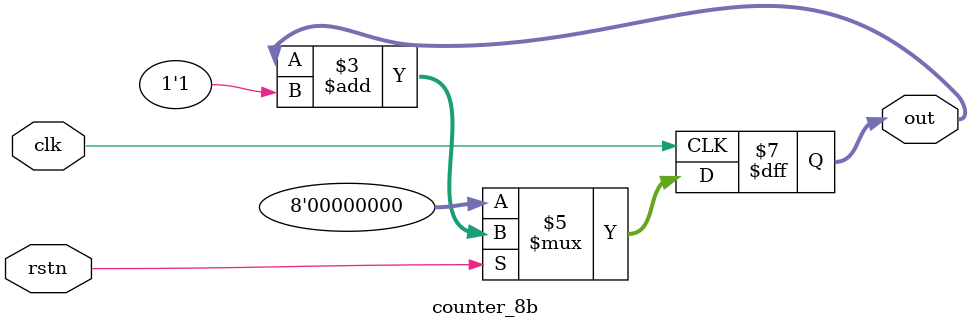
<source format=v>
`include "folded_FIR.v"

module Top_folded_FIR_comp(direct_out, ADDR, NCE_IN, NCE_OUT, NWRT_IN, NWRT_OUT, clk100, clk20, rstn, c0, c1, c2, c3, c4);
    output [22-1:0]direct_out;
    output reg [8-1:0] ADDR;
    output reg NCE_IN, NCE_OUT, NWRT_IN, NWRT_OUT;
    input clk100, clk20, rstn;
    input signed [12-1:0]c0, c1, c2, c3, c4;

    wire signed [22-1:0] direct_out;
    wire signed [22-1:0] filter_out;
    wire signed [12-1:0] direct_in;
    wire signed [12-1:0] temp_in;
    wire signed [22-1:0] temp_out;
    wire [8-1:0] address;

    counter_8b counter (address, clk20, rstn);
    
    d_ff_12bit DIRECT_INPUT_MEM(direct_in, temp_in, clk20, rstn);
    folded_FIR folded_FIR(direct_out, direct_in, clk100, clk20, rstn, c0, c1, c2, c3, c4);
    d_ff_22bit DIRECT_OUTPUT_MEM(temp_out, direct_out, clk20, rstn);

    always@(posedge clk20) begin
        ADDR <= address;
        if(ADDR == 8'd6) begin
            NWRT_OUT <= 1'b0;
            NCE_OUT <= 1'b0;  end
        if(rstn == 1'b0) begin 
            NWRT_IN <= 1'b1;
            NCE_IN <= 1'b0;
            NCE_OUT <= 1'b1; NWRT_OUT <= 1'b1; end
    end

endmodule

module counter_8b(out, clk, rstn);

    output reg[8-1:0] out;
    input clk, rstn;

    always@ (posedge clk)
    begin
        if(rstn == 1'b0) out<= 8'b0;
        else out <= out + 1'b1;
    end

endmodule
</source>
